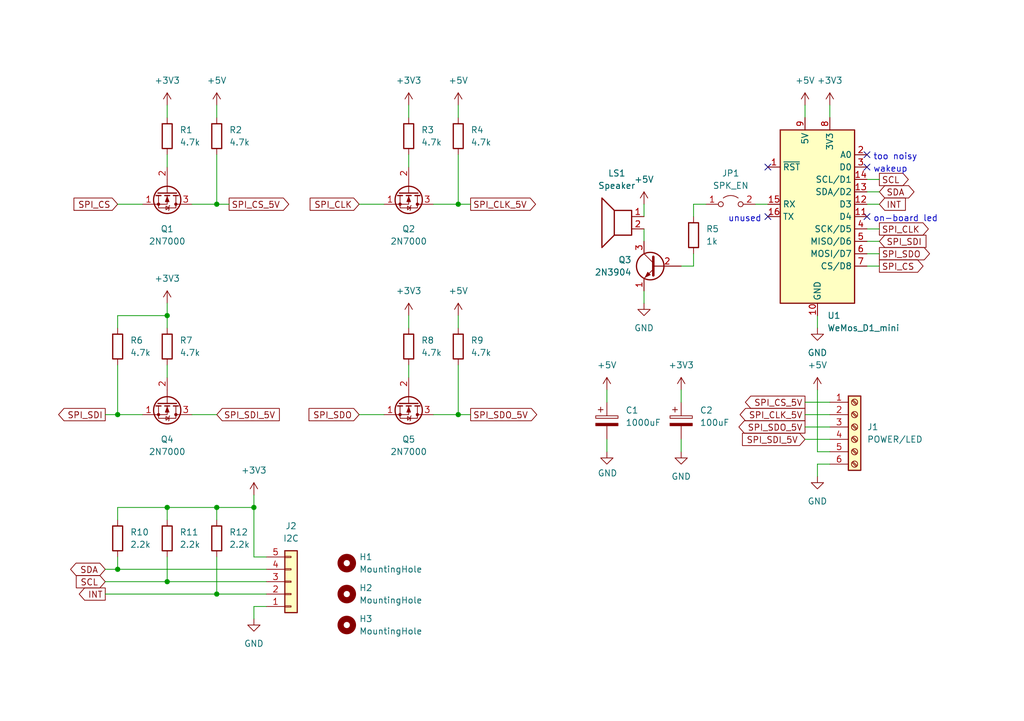
<source format=kicad_sch>
(kicad_sch (version 20211123) (generator eeschema)
  (paper "A5")
  (title_block (title "LEDShifter") (date "2022-10-07") (company "Hakierspejs Łódź") (comment 1 "BluRaf"))
  (lib_symbols
    (symbol "Connector:Screw_Terminal_01x06" (pin_names (offset 1.016) hide)
      (property "Reference" "J" (at 0 7.62 0))
      (property "Value" "Screw_Terminal_01x06" (at 0 -10.16 0))
      (symbol "Screw_Terminal_01x06_1_1"
        (rectangle (start -1.27 6.35) (end 1.27 -8.89) (stroke (width 0.254)) (fill (type background)))
        (circle (center 0 -7.62) (radius 0.635) (stroke (width 0.1524)))
        (circle (center 0 -5.08) (radius 0.635) (stroke (width 0.1524)))
        (circle (center 0 -2.54) (radius 0.635) (stroke (width 0.1524)))
        (polyline (pts (xy -0.5334 -7.2898) (xy 0.3302 -8.128)) (stroke (width 0.1524)))
        (polyline (pts (xy -0.5334 -4.7498) (xy 0.3302 -5.588)) (stroke (width 0.1524)))
        (polyline (pts (xy -0.5334 -2.2098) (xy 0.3302 -3.048)) (stroke (width 0.1524)))
        (polyline (pts (xy -0.5334 0.3302) (xy 0.3302 -0.508)) (stroke (width 0.1524)))
        (polyline (pts (xy -0.5334 2.8702) (xy 0.3302 2.032)) (stroke (width 0.1524)))
        (polyline (pts (xy -0.5334 5.4102) (xy 0.3302 4.572)) (stroke (width 0.1524)))
        (polyline (pts (xy -0.3556 -7.112) (xy 0.508 -7.9502)) (stroke (width 0.1524)))
        (polyline (pts (xy -0.3556 -4.572) (xy 0.508 -5.4102)) (stroke (width 0.1524)))
        (polyline (pts (xy -0.3556 -2.032) (xy 0.508 -2.8702)) (stroke (width 0.1524)))
        (polyline (pts (xy -0.3556 0.508) (xy 0.508 -0.3302)) (stroke (width 0.1524)))
        (polyline (pts (xy -0.3556 3.048) (xy 0.508 2.2098)) (stroke (width 0.1524)))
        (polyline (pts (xy -0.3556 5.588) (xy 0.508 4.7498)) (stroke (width 0.1524)))
        (circle (center 0 0) (radius 0.635) (stroke (width 0.1524)))
        (circle (center 0 2.54) (radius 0.635) (stroke (width 0.1524)))
        (circle (center 0 5.08) (radius 0.635) (stroke (width 0.1524)))
        (pin passive line (at -5.08 5.08 0) (length 3.81) (name "Pin_1") (number "1"))
        (pin passive line (at -5.08 2.54 0) (length 3.81) (name "Pin_2") (number "2"))
        (pin passive line (at -5.08 0 0) (length 3.81) (name "Pin_3") (number "3"))
        (pin passive line (at -5.08 -2.54 0) (length 3.81) (name "Pin_4") (number "4"))
        (pin passive line (at -5.08 -5.08 0) (length 3.81) (name "Pin_5") (number "5"))
        (pin passive line (at -5.08 -7.62 0) (length 3.81) (name "Pin_6") (number "6"))
      )
    )
    (symbol "Connector_Generic:Conn_01x05" (pin_names (offset 1.016) hide)
      (property "Reference" "J" (at 0 7.62 0))
      (property "Value" "Conn_01x05" (at 0 -7.62 0))
      (symbol "Conn_01x05_1_1"
        (rectangle (start -1.27 -4.953) (end 0 -5.207) (stroke (width 0.1524)))
        (rectangle (start -1.27 -2.413) (end 0 -2.667) (stroke (width 0.1524)))
        (rectangle (start -1.27 0.127) (end 0 -0.127) (stroke (width 0.1524)))
        (rectangle (start -1.27 2.667) (end 0 2.413) (stroke (width 0.1524)))
        (rectangle (start -1.27 5.207) (end 0 4.953) (stroke (width 0.1524)))
        (rectangle (start -1.27 6.35) (end 1.27 -6.35) (stroke (width 0.254)) (fill (type background)))
        (pin passive line (at -5.08 5.08 0) (length 3.81) (name "Pin_1") (number "1"))
        (pin passive line (at -5.08 2.54 0) (length 3.81) (name "Pin_2") (number "2"))
        (pin passive line (at -5.08 0 0) (length 3.81) (name "Pin_3") (number "3"))
        (pin passive line (at -5.08 -2.54 0) (length 3.81) (name "Pin_4") (number "4"))
        (pin passive line (at -5.08 -5.08 0) (length 3.81) (name "Pin_5") (number "5"))
      )
    )
    (symbol "Device:C_Polarized" (pin_numbers hide) (pin_names (offset 0.254))
      (property "Reference" "C" (at 0.635 2.54 0))
      (property "Value" "C_Polarized" (at 0.635 -2.54 0))
      (symbol "C_Polarized_0_1"
        (rectangle (start -2.286 0.508) (end 2.286 1.016))
        (polyline (pts (xy -1.778 2.286) (xy -0.762 2.286)))
        (polyline (pts (xy -1.27 2.794) (xy -1.27 1.778)))
        (rectangle (start 2.286 -0.508) (end -2.286 -1.016) (fill (type outline)))
      )
      (symbol "C_Polarized_1_1"
        (pin passive line (at 0 3.81 270) (length 2.794) (name "~") (number "1"))
        (pin passive line (at 0 -3.81 90) (length 2.794) (name "~") (number "2"))
      )
    )
    (symbol "Device:R" (pin_numbers hide) (pin_names (offset 0))
      (property "Reference" "R" (at 2.032 0 90))
      (property "Value" "R" (at 0 0 90))
      (symbol "R_0_1"
        (rectangle (start -1.016 -2.54) (end 1.016 2.54) (stroke (width 0.254)))
      )
      (symbol "R_1_1"
        (pin passive line (at 0 3.81 270) (length 1.27) (name "~") (number "1"))
        (pin passive line (at 0 -3.81 90) (length 1.27) (name "~") (number "2"))
      )
    )
    (symbol "Device:Speaker" (pin_names (offset 0) hide)
      (property "Reference" "LS" (at 1.27 5.715 0))
      (property "Value" "Speaker" (at 1.27 3.81 0))
      (symbol "Speaker_0_0"
        (rectangle (start -2.54 1.27) (end 1.016 -3.81) (stroke (width 0.254)))
        (polyline (pts (xy 1.016 1.27) (xy 3.556 3.81) (xy 3.556 -6.35) (xy 1.016 -3.81)) (stroke (width 0.254)))
      )
      (symbol "Speaker_1_1"
        (pin input line (at -5.08 0 0) (length 2.54) (name "1") (number "1"))
        (pin input line (at -5.08 -2.54 0) (length 2.54) (name "2") (number "2"))
      )
    )
    (symbol "Jumper:Jumper_2_Open" (pin_names (offset 0) hide)
      (property "Reference" "JP" (at 0 2.794 0))
      (property "Value" "Jumper_2_Open" (at 0 -2.286 0))
      (symbol "Jumper_2_Open_0_0"
        (circle (center -2.032 0) (radius 0.508))
        (circle (center 2.032 0) (radius 0.508))
      )
      (symbol "Jumper_2_Open_0_1"
        (arc (start 1.524 1.27) (mid 0 1.778) (end -1.524 1.27))
      )
      (symbol "Jumper_2_Open_1_1"
        (pin passive line (at -5.08 0 0) (length 2.54) (name "A") (number "1"))
        (pin passive line (at 5.08 0 180) (length 2.54) (name "B") (number "2"))
      )
    )
    (symbol "MCU_Module:WeMos_D1_mini"
      (property "Reference" "U" (at 3.81 19.05 0))
      (property "Value" "WeMos_D1_mini" (at 1.27 -19.05 0))
      (symbol "WeMos_D1_mini_1_1"
        (rectangle (start -7.62 17.78) (end 7.62 -17.78) (stroke (width 0.254)) (fill (type background)))
        (pin input line (at -10.16 10.16 0) (length 2.54) (name "~{RST}") (number "1"))
        (pin power_in line (at 0 -20.32 90) (length 2.54) (name "GND") (number "10"))
        (pin bidirectional line (at 10.16 0 180) (length 2.54) (name "D4") (number "11"))
        (pin bidirectional line (at 10.16 2.54 180) (length 2.54) (name "D3") (number "12"))
        (pin bidirectional line (at 10.16 5.08 180) (length 2.54) (name "SDA/D2") (number "13"))
        (pin bidirectional line (at 10.16 7.62 180) (length 2.54) (name "SCL/D1") (number "14"))
        (pin input line (at -10.16 2.54 0) (length 2.54) (name "RX") (number "15"))
        (pin output line (at -10.16 0 0) (length 2.54) (name "TX") (number "16"))
        (pin input line (at 10.16 12.7 180) (length 2.54) (name "A0") (number "2"))
        (pin bidirectional line (at 10.16 10.16 180) (length 2.54) (name "D0") (number "3"))
        (pin bidirectional line (at 10.16 -2.54 180) (length 2.54) (name "SCK/D5") (number "4"))
        (pin bidirectional line (at 10.16 -5.08 180) (length 2.54) (name "MISO/D6") (number "5"))
        (pin bidirectional line (at 10.16 -7.62 180) (length 2.54) (name "MOSI/D7") (number "6"))
        (pin bidirectional line (at 10.16 -10.16 180) (length 2.54) (name "CS/D8") (number "7"))
        (pin power_out line (at 2.54 20.32 270) (length 2.54) (name "3V3") (number "8"))
        (pin power_in line (at -2.54 20.32 270) (length 2.54) (name "5V") (number "9"))
      )
    )
    (symbol "Mechanical:MountingHole" (pin_names (offset 1.016))
      (property "Reference" "H" (at 0 5.08 0))
      (property "Value" "MountingHole" (at 0 3.175 0))
      (symbol "MountingHole_0_1"
        (circle (center 0 0) (radius 1.27) (stroke (width 1.27)))
      )
    )
    (symbol "Transistor_BJT:2N3904" (pin_names (offset 0) hide)
      (property "Reference" "Q" (at 5.08 1.905 0))
      (property "Value" "2N3904" (at 5.08 0 0))
      (symbol "2N3904_0_1"
        (polyline (pts (xy 0.635 0.635) (xy 2.54 2.54)))
        (polyline (pts (xy 0.635 -0.635) (xy 2.54 -2.54) (xy 2.54 -2.54)))
        (polyline (pts (xy 0.635 1.905) (xy 0.635 -1.905) (xy 0.635 -1.905)) (stroke (width 0.508)))
        (polyline (pts (xy 1.27 -1.778) (xy 1.778 -1.27) (xy 2.286 -2.286) (xy 1.27 -1.778) (xy 1.27 -1.778)) (fill (type outline)))
        (circle (center 1.27 0) (radius 2.8194) (stroke (width 0.254)))
      )
      (symbol "2N3904_1_1"
        (pin passive line (at 2.54 -5.08 90) (length 2.54) (name "E") (number "1"))
        (pin passive line (at -5.08 0 0) (length 5.715) (name "B") (number "2"))
        (pin passive line (at 2.54 5.08 270) (length 2.54) (name "C") (number "3"))
      )
    )
    (symbol "Transistor_FET:2N7000" (pin_names hide)
      (property "Reference" "Q" (at 5.08 1.905 0))
      (property "Value" "2N7000" (at 5.08 0 0))
      (symbol "2N7000_0_1"
        (polyline (pts (xy 0.254 0) (xy -2.54 0)))
        (polyline (pts (xy 0.254 1.905) (xy 0.254 -1.905)) (stroke (width 0.254)))
        (polyline (pts (xy 0.762 -1.27) (xy 0.762 -2.286)) (stroke (width 0.254)))
        (polyline (pts (xy 0.762 0.508) (xy 0.762 -0.508)) (stroke (width 0.254)))
        (polyline (pts (xy 0.762 2.286) (xy 0.762 1.27)) (stroke (width 0.254)))
        (polyline (pts (xy 2.54 2.54) (xy 2.54 1.778)))
        (polyline (pts (xy 2.54 -2.54) (xy 2.54 0) (xy 0.762 0)))
        (polyline (pts (xy 0.762 -1.778) (xy 3.302 -1.778) (xy 3.302 1.778) (xy 0.762 1.778)))
        (polyline (pts (xy 1.016 0) (xy 2.032 0.381) (xy 2.032 -0.381) (xy 1.016 0)) (fill (type outline)))
        (polyline (pts (xy 2.794 0.508) (xy 2.921 0.381) (xy 3.683 0.381) (xy 3.81 0.254)))
        (polyline (pts (xy 3.302 0.381) (xy 2.921 -0.254) (xy 3.683 -0.254) (xy 3.302 0.381)))
        (circle (center 1.651 0) (radius 2.794) (stroke (width 0.254)))
        (circle (center 2.54 -1.778) (radius 0.254) (fill (type outline)))
        (circle (center 2.54 1.778) (radius 0.254) (fill (type outline)))
      )
      (symbol "2N7000_1_1"
        (pin passive line (at 2.54 -5.08 90) (length 2.54) (name "S") (number "1"))
        (pin input line (at -5.08 0 0) (length 2.54) (name "G") (number "2"))
        (pin passive line (at 2.54 5.08 270) (length 2.54) (name "D") (number "3"))
      )
    )
    (symbol "power:+3V3" (power) (pin_names (offset 0))
      (property "Value" "+3V3" (at 0 3.556 0))
      (symbol "+3V3_0_1"
        (polyline (pts (xy -0.762 1.27) (xy 0 2.54)))
        (polyline (pts (xy 0 0) (xy 0 2.54)))
        (polyline (pts (xy 0 2.54) (xy 0.762 1.27)))
      )
      (symbol "+3V3_1_1"
        (pin power_in line (at 0 0 90) (length 0) hide (name "+3V3") (number "1"))
      )
    )
    (symbol "power:+5V" (power) (pin_names (offset 0))
      (property "Value" "+5V" (at 0 3.556 0))
      (symbol "+5V_0_1"
        (polyline (pts (xy -0.762 1.27) (xy 0 2.54)))
        (polyline (pts (xy 0 0) (xy 0 2.54)))
        (polyline (pts (xy 0 2.54) (xy 0.762 1.27)))
      )
      (symbol "+5V_1_1"
        (pin power_in line (at 0 0 90) (length 0) hide (name "+5V") (number "1"))
      )
    )
    (symbol "power:GND" (power) (pin_names (offset 0))
      (property "Value" "GND" (at 0 -3.81 0))
      (symbol "GND_0_1"
        (polyline (pts (xy 0 0) (xy 0 -1.27) (xy 1.27 -1.27) (xy 0 -2.54) (xy -1.27 -1.27) (xy 0 -1.27)))
      )
      (symbol "GND_1_1"
        (pin power_in line (at 0 0 270) (length 0) hide (name "GND") (number "1"))
      )
    )
  )
  (junction (at 34.29 119.38))
  (junction (at 44.45 104.14))
  (junction (at 24.13 85.09))
  (junction (at 34.29 64.77))
  (junction (at 52.07 104.14))
  (junction (at 93.98 41.91))
  (junction (at 93.98 85.09))
  (junction (at 44.45 121.92))
  (junction (at 24.13 116.84))
  (junction (at 44.45 41.91))
  (junction (at 34.29 104.14))
  (no_connect (at 177.8 44.45))
  (no_connect (at 157.48 44.45))
  (no_connect (at 157.48 34.29))
  (no_connect (at 177.8 31.75))
  (no_connect (at 177.8 34.29))
  (wire (pts (xy 83.82 64.77) (xy 83.82 67.31)))
  (wire (pts (xy 177.8 54.61) (xy 180.34 54.61)))
  (wire (pts (xy 139.7 80.01) (xy 139.7 82.55)))
  (wire (pts (xy 44.45 114.3) (xy 44.45 121.92)))
  (wire (pts (xy 73.66 41.91) (xy 78.74 41.91)))
  (wire (pts (xy 73.66 85.09) (xy 78.74 85.09)))
  (wire (pts (xy 44.45 104.14) (xy 44.45 106.68)))
  (wire (pts (xy 44.45 41.91) (xy 39.37 41.91)))
  (wire (pts (xy 177.8 39.37) (xy 180.34 39.37)))
  (wire (pts (xy 34.29 74.93) (xy 34.29 77.47)))
  (wire (pts (xy 93.98 85.09) (xy 88.9 85.09)))
  (wire (pts (xy 52.07 114.3) (xy 54.61 114.3)))
  (wire (pts (xy 167.64 92.71) (xy 170.18 92.71)))
  (wire (pts (xy 52.07 124.46) (xy 52.07 127)))
  (wire (pts (xy 167.64 64.77) (xy 167.64 67.31)))
  (wire (pts (xy 93.98 31.75) (xy 93.98 41.91)))
  (wire (pts (xy 34.29 21.59) (xy 34.29 24.13)))
  (wire (pts (xy 177.8 52.07) (xy 180.34 52.07)))
  (wire (pts (xy 132.08 46.99) (xy 132.08 49.53)))
  (wire (pts (xy 24.13 106.68) (xy 24.13 104.14)))
  (wire (pts (xy 124.46 90.17) (xy 124.46 92.71)))
  (wire (pts (xy 142.24 44.45) (xy 142.24 41.91)))
  (wire (pts (xy 83.82 31.75) (xy 83.82 34.29)))
  (wire (pts (xy 44.45 31.75) (xy 44.45 41.91)))
  (wire (pts (xy 93.98 41.91) (xy 88.9 41.91)))
  (wire (pts (xy 52.07 101.6) (xy 52.07 104.14)))
  (wire (pts (xy 177.8 46.99) (xy 180.34 46.99)))
  (wire (pts (xy 54.61 124.46) (xy 52.07 124.46)))
  (wire (pts (xy 21.59 119.38) (xy 34.29 119.38)))
  (wire (pts (xy 24.13 67.31) (xy 24.13 64.77)))
  (wire (pts (xy 93.98 74.93) (xy 93.98 85.09)))
  (wire (pts (xy 139.7 54.61) (xy 142.24 54.61)))
  (wire (pts (xy 21.59 121.92) (xy 44.45 121.92)))
  (wire (pts (xy 165.1 90.17) (xy 170.18 90.17)))
  (wire (pts (xy 44.45 104.14) (xy 52.07 104.14)))
  (wire (pts (xy 24.13 74.93) (xy 24.13 85.09)))
  (wire (pts (xy 21.59 116.84) (xy 24.13 116.84)))
  (wire (pts (xy 124.46 80.01) (xy 124.46 82.55)))
  (wire (pts (xy 83.82 74.93) (xy 83.82 77.47)))
  (wire (pts (xy 165.1 21.59) (xy 165.1 24.13)))
  (wire (pts (xy 44.45 21.59) (xy 44.45 24.13)))
  (wire (pts (xy 34.29 64.77) (xy 34.29 67.31)))
  (wire (pts (xy 170.18 95.25) (xy 167.64 95.25)))
  (wire (pts (xy 167.64 80.01) (xy 167.64 92.71)))
  (wire (pts (xy 139.7 90.17) (xy 139.7 92.71)))
  (wire (pts (xy 93.98 85.09) (xy 96.52 85.09)))
  (wire (pts (xy 93.98 21.59) (xy 93.98 24.13)))
  (wire (pts (xy 177.8 36.83) (xy 180.34 36.83)))
  (wire (pts (xy 177.8 41.91) (xy 180.34 41.91)))
  (wire (pts (xy 34.29 119.38) (xy 54.61 119.38)))
  (wire (pts (xy 34.29 114.3) (xy 34.29 119.38)))
  (wire (pts (xy 34.29 62.23) (xy 34.29 64.77)))
  (wire (pts (xy 132.08 59.69) (xy 132.08 62.23)))
  (wire (pts (xy 24.13 85.09) (xy 29.21 85.09)))
  (wire (pts (xy 93.98 64.77) (xy 93.98 67.31)))
  (wire (pts (xy 24.13 116.84) (xy 54.61 116.84)))
  (wire (pts (xy 165.1 85.09) (xy 170.18 85.09)))
  (wire (pts (xy 44.45 121.92) (xy 54.61 121.92)))
  (wire (pts (xy 24.13 104.14) (xy 34.29 104.14)))
  (wire (pts (xy 165.1 82.55) (xy 170.18 82.55)))
  (wire (pts (xy 167.64 95.25) (xy 167.64 97.79)))
  (wire (pts (xy 34.29 31.75) (xy 34.29 34.29)))
  (wire (pts (xy 44.45 41.91) (xy 46.99 41.91)))
  (wire (pts (xy 154.94 41.91) (xy 157.48 41.91)))
  (wire (pts (xy 24.13 41.91) (xy 29.21 41.91)))
  (wire (pts (xy 24.13 114.3) (xy 24.13 116.84)))
  (wire (pts (xy 34.29 104.14) (xy 34.29 106.68)))
  (wire (pts (xy 165.1 87.63) (xy 170.18 87.63)))
  (wire (pts (xy 21.59 85.09) (xy 24.13 85.09)))
  (wire (pts (xy 142.24 41.91) (xy 144.78 41.91)))
  (wire (pts (xy 24.13 64.77) (xy 34.29 64.77)))
  (wire (pts (xy 83.82 21.59) (xy 83.82 24.13)))
  (wire (pts (xy 52.07 104.14) (xy 52.07 114.3)))
  (wire (pts (xy 34.29 104.14) (xy 44.45 104.14)))
  (wire (pts (xy 93.98 41.91) (xy 96.52 41.91)))
  (wire (pts (xy 177.8 49.53) (xy 180.34 49.53)))
  (wire (pts (xy 170.18 21.59) (xy 170.18 24.13)))
  (wire (pts (xy 142.24 52.07) (xy 142.24 54.61)))
  (wire (pts (xy 132.08 41.91) (xy 132.08 44.45)))
  (wire (pts (xy 39.37 85.09) (xy 44.45 85.09)))
  (text "on-board led" (at 179.07 45.72 0) (effects (font (size 1.27 1.27)) (justify left bottom)))
  (text "unused" (at 156.21 45.72 180) (effects (font (size 1.27 1.27)) (justify right bottom)))
  (text "too noisy" (at 179.07 33.02 0) (effects (font (size 1.27 1.27)) (justify left bottom)))
  (text "wakeup" (at 179.07 35.56 0) (effects (font (size 1.27 1.27)) (justify left bottom)))
  (global_label "SPI_SDI" (shape input) (at 180.34 49.53 0) (property "Odnośniki między arkuszami" "${INTERSHEET_REFS}" (effects hide)))
  (global_label "SPI_CS_5V" (shape output) (at 46.99 41.91 0) (property "Odnośniki między arkuszami" "${INTERSHEET_REFS}" (effects hide)))
  (global_label "SPI_CLK_5V" (shape output) (at 165.1 85.09 180) (property "Odnośniki między arkuszami" "${INTERSHEET_REFS}" (effects hide)))
  (global_label "SCL" (shape input) (at 21.59 119.38 180) (property "Odnośniki między arkuszami" "${INTERSHEET_REFS}" (effects hide)))
  (global_label "SCL" (shape output) (at 180.34 36.83 0) (property "Odnośniki między arkuszami" "${INTERSHEET_REFS}" (effects hide)))
  (global_label "INT" (shape input) (at 180.34 41.91 0) (property "Odnośniki między arkuszami" "${INTERSHEET_REFS}" (effects hide)))
  (global_label "INT" (shape output) (at 21.59 121.92 180) (property "Odnośniki między arkuszami" "${INTERSHEET_REFS}" (effects hide)))
  (global_label "SPI_SDI" (shape output) (at 21.59 85.09 180) (property "Odnośniki między arkuszami" "${INTERSHEET_REFS}" (effects hide)))
  (global_label "SPI_SDO" (shape output) (at 180.34 52.07 0) (property "Odnośniki między arkuszami" "${INTERSHEET_REFS}" (effects hide)))
  (global_label "SDA" (shape bidirectional) (at 21.59 116.84 180) (property "Odnośniki między arkuszami" "${INTERSHEET_REFS}" (effects hide)))
  (global_label "SPI_CLK_5V" (shape output) (at 96.52 41.91 0) (property "Odnośniki między arkuszami" "${INTERSHEET_REFS}" (effects hide)))
  (global_label "SDA" (shape bidirectional) (at 180.34 39.37 0) (property "Odnośniki między arkuszami" "${INTERSHEET_REFS}" (effects hide)))
  (global_label "SPI_CS_5V" (shape output) (at 165.1 82.55 180) (property "Odnośniki między arkuszami" "${INTERSHEET_REFS}" (effects hide)))
  (global_label "SPI_SDO_5V" (shape output) (at 96.52 85.09 0) (property "Odnośniki między arkuszami" "${INTERSHEET_REFS}" (effects hide)))
  (global_label "SPI_CLK" (shape output) (at 180.34 46.99 0) (property "Odnośniki między arkuszami" "${INTERSHEET_REFS}" (effects hide)))
  (global_label "SPI_CS" (shape input) (at 24.13 41.91 180) (property "Odnośniki między arkuszami" "${INTERSHEET_REFS}" (effects hide)))
  (global_label "SPI_SDO_5V" (shape output) (at 165.1 87.63 180) (property "Odnośniki między arkuszami" "${INTERSHEET_REFS}" (effects hide)))
  (global_label "SPI_CLK" (shape input) (at 73.66 41.91 180) (property "Odnośniki między arkuszami" "${INTERSHEET_REFS}" (effects hide)))
  (global_label "SPI_SDI_5V" (shape input) (at 44.45 85.09 0) (property "Odnośniki między arkuszami" "${INTERSHEET_REFS}" (effects hide)))
  (global_label "SPI_SDO" (shape input) (at 73.66 85.09 180) (property "Odnośniki między arkuszami" "${INTERSHEET_REFS}" (effects hide)))
  (global_label "SPI_CS" (shape output) (at 180.34 54.61 0) (property "Odnośniki między arkuszami" "${INTERSHEET_REFS}" (effects hide)))
  (global_label "SPI_SDI_5V" (shape input) (at 165.1 90.17 180) (property "Odnośniki między arkuszami" "${INTERSHEET_REFS}" (effects hide)))
  (symbol (lib_id "Device:R") (at 93.98 27.94 0) (unit 1)
    (property "Reference" "R4" (at 96.52 26.6699 0) (effects (justify left)))
    (property "Value" "4.7k" (at 96.52 29.2099 0) (effects (justify left)))
    (property "Footprint" "Resistor_THT:R_Axial_DIN0204_L3.6mm_D1.6mm_P5.08mm_Horizontal" (effects hide))
  )
  (symbol (lib_id "Device:Speaker") (at 127 44.45 0) (mirror y) (unit 1)
    (property "Reference" "LS1" (at 126.492 35.56 0))
    (property "Value" "Speaker" (at 126.492 38.1 0))
    (property "Footprint" "TerminalBlock_MetzConnect:TerminalBlock_MetzConnect_Type011_RT05502HBWC_1x02_P5.00mm_Horizontal" (effects hide))
  )
  (symbol (lib_id "MCU_Module:WeMos_D1_mini") (at 167.64 44.45 0) (unit 1)
    (property "Reference" "U1" (at 169.6594 64.77 0) (effects (justify left)))
    (property "Value" "WeMos_D1_mini" (at 169.6594 67.31 0) (effects (justify left)))
    (property "Footprint" "Module:WEMOS_D1_mini_light" (effects hide))
    (property "Datasheet" "https://wiki.wemos.cc/products:d1:d1_mini#documentation" (effects hide))
  )
  (symbol (lib_id "power:GND") (at 124.46 92.71 0) (unit 1)
    (property "Reference" "#U0101" (effects hide))
    (property "Value" "GND" (at 124.587 97.1042 0))
  )
  (symbol (lib_id "power:+5V") (at 44.45 21.59 0) (unit 1)
    (property "Reference" "#PWR0109" (effects hide))
    (property "Value" "+5V" (at 44.45 16.51 0))
  )
  (symbol (lib_id "Mechanical:MountingHole") (at 71.12 121.92 0) (unit 1)
    (property "Reference" "H2" (at 73.66 120.6499 0) (effects (justify left)))
    (property "Value" "MountingHole" (at 73.66 123.1899 0) (effects (justify left)))
    (property "Footprint" "MountingHole:MountingHole_3.2mm_M3" (effects hide))
  )
  (symbol (lib_id "power:GND") (at 167.64 97.79 0) (unit 1)
    (property "Reference" "#PWR0108" (effects hide))
    (property "Value" "GND" (at 167.64 102.87 0))
  )
  (symbol (lib_id "Device:R") (at 44.45 27.94 0) (unit 1)
    (property "Reference" "R2" (at 46.99 26.6699 0) (effects (justify left)))
    (property "Value" "4.7k" (at 46.99 29.2099 0) (effects (justify left)))
    (property "Footprint" "Resistor_THT:R_Axial_DIN0204_L3.6mm_D1.6mm_P5.08mm_Horizontal" (effects hide))
  )
  (symbol (lib_id "power:GND") (at 52.07 127 0) (unit 1)
    (property "Reference" "#PWR0101" (effects hide))
    (property "Value" "GND" (at 52.07 132.08 0))
  )
  (symbol (lib_id "power:+5V") (at 167.64 80.01 0) (unit 1)
    (property "Reference" "#PWR0106" (effects hide))
    (property "Value" "+5V" (at 167.64 74.93 0))
  )
  (symbol (lib_id "Device:R") (at 34.29 71.12 180) (unit 1)
    (property "Reference" "R7" (at 36.83 69.8499 0) (effects (justify right)))
    (property "Value" "4.7k" (at 36.83 72.3899 0) (effects (justify right)))
    (property "Footprint" "Resistor_THT:R_Axial_DIN0204_L3.6mm_D1.6mm_P5.08mm_Horizontal" (effects hide))
  )
  (symbol (lib_id "power:+3V3") (at 34.29 62.23 0) (unit 1)
    (property "Reference" "#PWR0111" (effects hide))
    (property "Value" "+3V3" (at 34.29 57.15 0))
  )
  (symbol (lib_id "Device:R") (at 142.24 48.26 0) (unit 1)
    (property "Reference" "R5" (at 144.78 46.9899 0) (effects (justify left)))
    (property "Value" "1k" (at 144.78 49.5299 0) (effects (justify left)))
    (property "Footprint" "Resistor_THT:R_Axial_DIN0204_L3.6mm_D1.6mm_P5.08mm_Horizontal" (effects hide))
  )
  (symbol (lib_id "Device:R") (at 93.98 71.12 0) (unit 1)
    (property "Reference" "R9" (at 96.52 69.8499 0) (effects (justify left)))
    (property "Value" "4.7k" (at 96.52 72.3899 0) (effects (justify left)))
    (property "Footprint" "Resistor_THT:R_Axial_DIN0204_L3.6mm_D1.6mm_P5.08mm_Horizontal" (effects hide))
  )
  (symbol (lib_id "Connector_Generic:Conn_01x05") (at 59.69 119.38 0) (mirror x) (unit 1)
    (property "Reference" "J2" (at 59.69 107.95 0))
    (property "Value" "I2C" (at 59.69 110.49 0))
    (property "Footprint" "Connector_PinHeader_2.54mm:PinHeader_1x05_P2.54mm_Vertical" (effects hide))
  )
  (symbol (lib_id "power:+5V") (at 93.98 64.77 0) (unit 1)
    (property "Reference" "#PWR0113" (effects hide))
    (property "Value" "+5V" (at 93.98 59.69 0))
  )
  (symbol (lib_id "Jumper:Jumper_2_Open") (at 149.86 41.91 0) (unit 1)
    (property "Reference" "JP1" (at 149.86 35.56 0))
    (property "Value" "SPK_EN" (at 149.86 38.1 0))
    (property "Footprint" "TestPoint:TestPoint_2Pads_Pitch2.54mm_Drill0.8mm" (effects hide))
  )
  (symbol (lib_id "Transistor_FET:2N7000") (at 83.82 39.37 270) (unit 1)
    (property "Reference" "Q2" (at 83.82 46.99 90))
    (property "Value" "2N7000" (at 83.82 49.53 90))
    (property "Footprint" "Package_TO_SOT_THT:TO-92_Inline" (effects hide))
    (property "Datasheet" "https://www.vishay.com/docs/70226/70226.pdf" (effects hide))
  )
  (symbol (lib_id "Transistor_FET:2N7000") (at 34.29 82.55 270) (unit 1)
    (property "Reference" "Q4" (at 34.29 90.17 90))
    (property "Value" "2N7000" (at 34.29 92.71 90))
    (property "Footprint" "Package_TO_SOT_THT:TO-92_Inline" (effects hide))
    (property "Datasheet" "https://www.vishay.com/docs/70226/70226.pdf" (effects hide))
  )
  (symbol (lib_id "power:+5V") (at 132.08 41.91 0) (unit 1)
    (property "Reference" "#PWR0118" (effects hide))
    (property "Value" "+5V" (at 132.08 36.83 0))
  )
  (symbol (lib_id "Device:R") (at 34.29 27.94 0) (unit 1)
    (property "Reference" "R1" (at 36.83 26.6699 0) (effects (justify left)))
    (property "Value" "4.7k" (at 36.83 29.2099 0) (effects (justify left)))
    (property "Footprint" "Resistor_THT:R_Axial_DIN0204_L3.6mm_D1.6mm_P5.08mm_Horizontal" (effects hide))
  )
  (symbol (lib_id "Mechanical:MountingHole") (at 71.12 115.57 0) (unit 1)
    (property "Reference" "H1" (at 73.66 114.2999 0) (effects (justify left)))
    (property "Value" "MountingHole" (at 73.66 116.8399 0) (effects (justify left)))
    (property "Footprint" "MountingHole:MountingHole_3.2mm_M3" (effects hide))
  )
  (symbol (lib_id "power:+3V3") (at 170.18 21.59 0) (unit 1)
    (property "Reference" "#PWR0117" (effects hide))
    (property "Value" "+3V3" (at 170.18 16.51 0))
  )
  (symbol (lib_id "power:+3V3") (at 34.29 21.59 0) (unit 1)
    (property "Reference" "#PWR0110" (effects hide))
    (property "Value" "+3V3" (at 34.29 16.51 0))
  )
  (symbol (lib_id "Device:R") (at 83.82 27.94 0) (unit 1)
    (property "Reference" "R3" (at 86.36 26.6699 0) (effects (justify left)))
    (property "Value" "4.7k" (at 86.36 29.2099 0) (effects (justify left)))
    (property "Footprint" "Resistor_THT:R_Axial_DIN0204_L3.6mm_D1.6mm_P5.08mm_Horizontal" (effects hide))
  )
  (symbol (lib_id "Device:C_Polarized") (at 124.46 86.36 0) (unit 1)
    (property "Reference" "C1" (at 128.27 84.2009 0) (effects (justify left)))
    (property "Value" "1000uF" (at 128.27 86.7409 0) (effects (justify left)))
    (property "Footprint" "Capacitor_THT:CP_Radial_D10.0mm_P5.00mm" (effects hide))
  )
  (symbol (lib_id "power:+3V3") (at 83.82 64.77 0) (unit 1)
    (property "Reference" "#PWR0112" (effects hide))
    (property "Value" "+3V3" (at 83.82 59.69 0))
  )
  (symbol (lib_id "power:+5V") (at 93.98 21.59 0) (unit 1)
    (property "Reference" "#PWR0115" (effects hide))
    (property "Value" "+5V" (at 93.98 16.51 0))
  )
  (symbol (lib_id "Transistor_FET:2N7000") (at 34.29 39.37 270) (unit 1)
    (property "Reference" "Q1" (at 34.29 46.99 90))
    (property "Value" "2N7000" (at 34.29 49.53 90))
    (property "Footprint" "Package_TO_SOT_THT:TO-92_Inline" (effects hide))
    (property "Datasheet" "https://www.vishay.com/docs/70226/70226.pdf" (effects hide))
  )
  (symbol (lib_id "Device:R") (at 24.13 110.49 0) (unit 1)
    (property "Reference" "R10" (at 26.67 109.2199 0) (effects (justify left)))
    (property "Value" "2.2k" (at 26.67 111.7599 0) (effects (justify left)))
    (property "Footprint" "Resistor_THT:R_Axial_DIN0204_L3.6mm_D1.6mm_P5.08mm_Horizontal" (effects hide))
  )
  (symbol (lib_id "power:+5V") (at 124.46 80.01 0) (unit 1)
    (property "Reference" "#PWR0104" (effects hide))
    (property "Value" "+5V" (at 124.46 74.93 0))
  )
  (symbol (lib_id "Transistor_FET:2N7000") (at 83.82 82.55 270) (unit 1)
    (property "Reference" "Q5" (at 83.82 90.17 90))
    (property "Value" "2N7000" (at 83.82 92.71 90))
    (property "Footprint" "Package_TO_SOT_THT:TO-92_Inline" (effects hide))
    (property "Datasheet" "https://www.vishay.com/docs/70226/70226.pdf" (effects hide))
  )
  (symbol (lib_id "Connector:Screw_Terminal_01x06") (at 175.26 87.63 0) (unit 1)
    (property "Reference" "J1" (at 177.8 87.6299 0) (effects (justify left)))
    (property "Value" "POWER/LED" (at 177.8 90.1699 0) (effects (justify left)))
    (property "Footprint" "TerminalBlock_MetzConnect:TerminalBlock_MetzConnect_Type011_RT05506HBWC_1x06_P5.00mm_Horizontal" (effects hide))
  )
  (symbol (lib_id "Device:R") (at 34.29 110.49 0) (unit 1)
    (property "Reference" "R11" (at 36.83 109.2199 0) (effects (justify left)))
    (property "Value" "2.2k" (at 36.83 111.7599 0) (effects (justify left)))
    (property "Footprint" "Resistor_THT:R_Axial_DIN0204_L3.6mm_D1.6mm_P5.08mm_Horizontal" (effects hide))
  )
  (symbol (lib_id "power:+3V3") (at 83.82 21.59 0) (unit 1)
    (property "Reference" "#PWR0114" (effects hide))
    (property "Value" "+3V3" (at 83.82 16.51 0))
  )
  (symbol (lib_id "power:+3V3") (at 139.7 80.01 0) (unit 1)
    (property "Reference" "#PWR0103" (effects hide))
    (property "Value" "+3V3" (at 139.7 74.93 0))
  )
  (symbol (lib_id "Device:R") (at 24.13 71.12 0) (unit 1)
    (property "Reference" "R6" (at 26.67 69.8499 0) (effects (justify left)))
    (property "Value" "4.7k" (at 26.67 72.3899 0) (effects (justify left)))
    (property "Footprint" "Resistor_THT:R_Axial_DIN0204_L3.6mm_D1.6mm_P5.08mm_Horizontal" (effects hide))
  )
  (symbol (lib_id "Device:C_Polarized") (at 139.7 86.36 0) (unit 1)
    (property "Reference" "C2" (at 143.51 84.2009 0) (effects (justify left)))
    (property "Value" "100uF" (at 143.51 86.7409 0) (effects (justify left)))
    (property "Footprint" "Capacitor_THT:CP_Radial_D5.0mm_P2.50mm" (effects hide))
  )
  (symbol (lib_id "power:+5V") (at 165.1 21.59 0) (unit 1)
    (property "Reference" "#PWR0116" (effects hide))
    (property "Value" "+5V" (at 165.1 16.51 0))
  )
  (symbol (lib_id "power:GND") (at 167.64 67.31 0) (unit 1)
    (property "Reference" "#PWR0107" (effects hide))
    (property "Value" "GND" (at 167.64 72.39 0))
  )
  (symbol (lib_id "power:GND") (at 132.08 62.23 0) (unit 1)
    (property "Reference" "#PWR0119" (effects hide))
    (property "Value" "GND" (at 132.08 67.31 0))
  )
  (symbol (lib_id "Mechanical:MountingHole") (at 71.12 128.27 0) (unit 1)
    (property "Reference" "H3" (at 73.66 126.9999 0) (effects (justify left)))
    (property "Value" "MountingHole" (at 73.66 129.5399 0) (effects (justify left)))
    (property "Footprint" "MountingHole:MountingHole_3.2mm_M3" (effects hide))
  )
  (symbol (lib_id "power:GND") (at 139.7 92.71 0) (unit 1)
    (property "Reference" "#PWR0105" (effects hide))
    (property "Value" "GND" (at 139.7 97.79 0))
  )
  (symbol (lib_id "Device:R") (at 44.45 110.49 0) (unit 1)
    (property "Reference" "R12" (at 46.99 109.2199 0) (effects (justify left)))
    (property "Value" "2.2k" (at 46.99 111.7599 0) (effects (justify left)))
    (property "Footprint" "Resistor_THT:R_Axial_DIN0204_L3.6mm_D1.6mm_P5.08mm_Horizontal" (effects hide))
  )
  (symbol (lib_id "Device:R") (at 83.82 71.12 0) (unit 1)
    (property "Reference" "R8" (at 86.36 69.8499 0) (effects (justify left)))
    (property "Value" "4.7k" (at 86.36 72.3899 0) (effects (justify left)))
    (property "Footprint" "Resistor_THT:R_Axial_DIN0204_L3.6mm_D1.6mm_P5.08mm_Horizontal" (effects hide))
  )
  (symbol (lib_id "power:+3V3") (at 52.07 101.6 0) (unit 1)
    (property "Reference" "#PWR0102" (effects hide))
    (property "Value" "+3V3" (at 52.07 96.52 0))
  )
  (symbol (lib_id "Transistor_BJT:2N3904") (at 134.62 54.61 0) (mirror y) (unit 1)
    (property "Reference" "Q3" (at 129.54 53.3399 0) (effects (justify left)))
    (property "Value" "2N3904" (at 129.54 55.8799 0) (effects (justify left)))
    (property "Footprint" "Package_TO_SOT_THT:TO-92_Inline" (effects hide))
    (property "Datasheet" "https://www.onsemi.com/pub/Collateral/2N3903-D.PDF" (effects hide))
  )
)
</source>
